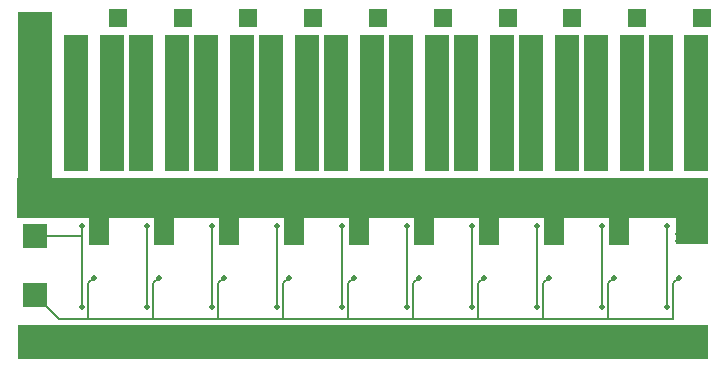
<source format=gbl>
G04*
G04 #@! TF.GenerationSoftware,Altium Limited,Altium Designer,18.1.7 (191)*
G04*
G04 Layer_Physical_Order=2*
G04 Layer_Color=16711680*
%FSLAX44Y44*%
%MOMM*%
G71*
G01*
G75*
%ADD10C,0.2000*%
%ADD35R,2.0000X2.0000*%
%ADD36R,3.0000X3.0000*%
%ADD37R,1.5000X1.5000*%
%ADD38C,0.4800*%
%ADD39R,2.0000X11.5000*%
%ADD40R,2.0000X11.5000*%
%ADD41R,2.1000X11.5000*%
%ADD42R,2.1000X11.5000*%
%ADD43R,3.0000X14.5000*%
%ADD44R,13.0000X3.5000*%
%ADD45R,6.5000X3.0000*%
%ADD46R,52.5000X3.0000*%
%ADD47R,51.5000X3.5000*%
%ADD48R,1.7000X4.7000*%
%ADD49R,1.7000X4.7000*%
%ADD50R,2.8000X5.7000*%
D10*
X1240000Y1290000D02*
X1265000D01*
X1220000Y1310000D02*
X1240000Y1290000D01*
X1220000Y1310000D02*
X1220000D01*
X1265000Y1290000D02*
X1320000D01*
X1260000Y1350000D02*
Y1369000D01*
Y1300000D02*
Y1350000D01*
X1220000Y1360000D02*
X1260000D01*
X1535000Y1300000D02*
Y1369000D01*
Y1298000D02*
Y1300000D01*
X1480000D02*
Y1369000D01*
Y1298000D02*
Y1300000D01*
X1425000D02*
Y1369000D01*
Y1298000D02*
Y1300000D01*
X1370000D02*
Y1369000D01*
Y1298000D02*
Y1300000D01*
X1265000Y1320000D02*
X1270000Y1325000D01*
X1265000Y1320000D02*
X1265000D01*
X1265000Y1290000D02*
Y1320000D01*
X1320000D02*
X1325000Y1325000D01*
X1320000Y1290000D02*
Y1320000D01*
X1375000D02*
X1380000Y1325000D01*
X1375000Y1290000D02*
Y1320000D01*
X1485000D02*
X1490000Y1325000D01*
X1485000Y1290000D02*
Y1320000D01*
X1430000D02*
X1435000Y1325000D01*
X1430000Y1320000D02*
X1430000D01*
X1430000Y1290000D02*
Y1320000D01*
X1540000D02*
X1545000Y1325000D01*
X1540000Y1290000D02*
Y1320000D01*
X1595000D02*
X1600000Y1325000D01*
X1595000Y1320000D02*
X1595000D01*
X1595000Y1290000D02*
Y1320000D01*
X1650000D02*
X1655000Y1325000D01*
X1650000Y1290000D02*
Y1320000D01*
X1760000D02*
X1765000Y1325000D01*
X1760000Y1320000D02*
X1760000D01*
X1760000Y1290000D02*
Y1320000D01*
X1705000D02*
X1710000Y1325000D01*
X1705000Y1290000D02*
X1760000D01*
X1705000D02*
Y1320000D01*
X1650000Y1290000D02*
X1705000D01*
X1595000D02*
X1650000D01*
X1540000D02*
X1595000D01*
X1485000D02*
X1540000D01*
X1430000D02*
X1485000D01*
X1375000D02*
X1430000D01*
X1320000D02*
X1375000D01*
X1590000Y1300000D02*
Y1369000D01*
Y1298000D02*
Y1300000D01*
X1755000D02*
Y1369000D01*
X1700000Y1300000D02*
Y1369000D01*
X1700000Y1369000D02*
X1700000Y1369000D01*
X1645000Y1300000D02*
Y1369000D01*
X1315000Y1300000D02*
Y1369000D01*
D35*
X1220000Y1360000D02*
D03*
Y1310000D02*
D03*
D36*
Y1535000D02*
D03*
Y1425000D02*
D03*
Y1270000D02*
D03*
D37*
X1785000Y1545000D02*
D03*
X1730000D02*
D03*
X1675000D02*
D03*
X1620000D02*
D03*
X1565000D02*
D03*
X1510000D02*
D03*
X1455000D02*
D03*
X1290000D02*
D03*
X1400000D02*
D03*
X1345000D02*
D03*
D38*
X1250000Y1520000D02*
D03*
Y1500000D02*
D03*
Y1480000D02*
D03*
Y1460000D02*
D03*
Y1440000D02*
D03*
Y1420000D02*
D03*
X1360000Y1520000D02*
D03*
Y1500000D02*
D03*
Y1480000D02*
D03*
Y1460000D02*
D03*
Y1440000D02*
D03*
Y1420000D02*
D03*
X1305000Y1520000D02*
D03*
Y1500000D02*
D03*
Y1480000D02*
D03*
Y1460000D02*
D03*
Y1440000D02*
D03*
Y1420000D02*
D03*
X1415000Y1520000D02*
D03*
Y1500000D02*
D03*
Y1480000D02*
D03*
Y1460000D02*
D03*
Y1440000D02*
D03*
Y1420000D02*
D03*
X1470000Y1520000D02*
D03*
Y1500000D02*
D03*
Y1480000D02*
D03*
Y1460000D02*
D03*
Y1440000D02*
D03*
Y1420000D02*
D03*
X1525000Y1520000D02*
D03*
Y1500000D02*
D03*
Y1480000D02*
D03*
Y1460000D02*
D03*
Y1440000D02*
D03*
Y1420000D02*
D03*
X1580000Y1520000D02*
D03*
Y1500000D02*
D03*
Y1480000D02*
D03*
Y1460000D02*
D03*
Y1440000D02*
D03*
Y1420000D02*
D03*
X1635000Y1520000D02*
D03*
Y1500000D02*
D03*
Y1480000D02*
D03*
Y1460000D02*
D03*
Y1440000D02*
D03*
Y1420000D02*
D03*
X1690000Y1520000D02*
D03*
Y1500000D02*
D03*
Y1480000D02*
D03*
Y1460000D02*
D03*
Y1440000D02*
D03*
Y1420000D02*
D03*
X1745000Y1520000D02*
D03*
Y1500000D02*
D03*
Y1480000D02*
D03*
Y1460000D02*
D03*
Y1440000D02*
D03*
Y1420000D02*
D03*
X1785000D02*
D03*
Y1440000D02*
D03*
Y1460000D02*
D03*
Y1480000D02*
D03*
Y1500000D02*
D03*
Y1520000D02*
D03*
X1730000Y1420000D02*
D03*
Y1440000D02*
D03*
Y1460000D02*
D03*
Y1480000D02*
D03*
Y1500000D02*
D03*
Y1520000D02*
D03*
X1675000Y1420000D02*
D03*
Y1440000D02*
D03*
Y1460000D02*
D03*
Y1480000D02*
D03*
Y1500000D02*
D03*
Y1520000D02*
D03*
X1620000Y1420000D02*
D03*
Y1440000D02*
D03*
Y1460000D02*
D03*
Y1480000D02*
D03*
Y1500000D02*
D03*
Y1520000D02*
D03*
X1565000Y1420000D02*
D03*
Y1440000D02*
D03*
Y1460000D02*
D03*
Y1480000D02*
D03*
Y1500000D02*
D03*
Y1520000D02*
D03*
X1510000Y1420000D02*
D03*
Y1440000D02*
D03*
Y1460000D02*
D03*
Y1480000D02*
D03*
Y1500000D02*
D03*
Y1520000D02*
D03*
X1455000Y1420000D02*
D03*
Y1440000D02*
D03*
Y1460000D02*
D03*
Y1480000D02*
D03*
Y1500000D02*
D03*
Y1520000D02*
D03*
X1400000Y1420000D02*
D03*
Y1440000D02*
D03*
Y1460000D02*
D03*
Y1480000D02*
D03*
Y1500000D02*
D03*
Y1520000D02*
D03*
X1345000Y1420000D02*
D03*
Y1440000D02*
D03*
Y1460000D02*
D03*
Y1480000D02*
D03*
Y1500000D02*
D03*
Y1520000D02*
D03*
X1290000D02*
D03*
Y1500000D02*
D03*
Y1480000D02*
D03*
Y1460000D02*
D03*
Y1440000D02*
D03*
Y1420000D02*
D03*
X1280000Y1274000D02*
D03*
X1335000D02*
D03*
X1390000D02*
D03*
X1445000D02*
D03*
X1500000D02*
D03*
X1555000D02*
D03*
X1610000D02*
D03*
X1665000D02*
D03*
X1775000D02*
D03*
X1720000D02*
D03*
X1269000Y1362000D02*
D03*
Y1356000D02*
D03*
X1275000Y1362000D02*
D03*
Y1356000D02*
D03*
X1324000Y1362000D02*
D03*
Y1356000D02*
D03*
X1330000Y1362000D02*
D03*
Y1356000D02*
D03*
X1379000Y1362000D02*
D03*
Y1356000D02*
D03*
X1385000Y1362000D02*
D03*
Y1356000D02*
D03*
X1434000Y1362000D02*
D03*
Y1356000D02*
D03*
X1440000Y1362000D02*
D03*
Y1356000D02*
D03*
X1489000Y1362000D02*
D03*
Y1356000D02*
D03*
X1495000Y1362000D02*
D03*
Y1356000D02*
D03*
X1544000Y1362000D02*
D03*
Y1356000D02*
D03*
X1550000Y1362000D02*
D03*
Y1356000D02*
D03*
X1599000Y1362000D02*
D03*
Y1356000D02*
D03*
X1605000Y1362000D02*
D03*
Y1356000D02*
D03*
X1654000Y1362000D02*
D03*
Y1356000D02*
D03*
X1660000Y1362000D02*
D03*
Y1356000D02*
D03*
X1709000Y1362000D02*
D03*
Y1356000D02*
D03*
X1715000Y1362000D02*
D03*
Y1356000D02*
D03*
X1764000Y1362000D02*
D03*
Y1356000D02*
D03*
X1770000Y1362000D02*
D03*
Y1356000D02*
D03*
X1755000Y1300000D02*
D03*
X1700000D02*
D03*
X1645000D02*
D03*
X1270000Y1325000D02*
D03*
X1325000D02*
D03*
X1380000D02*
D03*
X1435000D02*
D03*
X1490000D02*
D03*
X1545000D02*
D03*
X1600000D02*
D03*
X1655000D02*
D03*
X1710000D02*
D03*
X1765000D02*
D03*
X1755000Y1369000D02*
D03*
X1700000D02*
D03*
X1645000D02*
D03*
X1590000Y1300000D02*
D03*
Y1369000D02*
D03*
X1535000Y1300000D02*
D03*
Y1369000D02*
D03*
X1480000Y1300000D02*
D03*
Y1369000D02*
D03*
X1425000Y1300000D02*
D03*
Y1369000D02*
D03*
X1370000D02*
D03*
Y1300000D02*
D03*
X1315000D02*
D03*
X1260000D02*
D03*
Y1369000D02*
D03*
X1315000D02*
D03*
D39*
X1255000Y1472500D02*
D03*
X1420000D02*
D03*
X1585000D02*
D03*
X1750000D02*
D03*
D40*
X1365000D02*
D03*
X1310000D02*
D03*
X1475000D02*
D03*
X1530000D02*
D03*
X1640000D02*
D03*
X1695000D02*
D03*
X1780000D02*
D03*
D41*
X1725500D02*
D03*
X1670500D02*
D03*
X1560500D02*
D03*
X1505500D02*
D03*
X1395500D02*
D03*
X1340500D02*
D03*
D42*
X1615500D02*
D03*
X1450500D02*
D03*
X1285500D02*
D03*
D43*
X1220000Y1467500D02*
D03*
D44*
X1270000Y1392500D02*
D03*
D45*
X1237500Y1270000D02*
D03*
D46*
X1527500D02*
D03*
D47*
X1522500Y1392500D02*
D03*
D48*
X1274500Y1376500D02*
D03*
X1329500D02*
D03*
X1384500D02*
D03*
X1439500D02*
D03*
X1494500D02*
D03*
X1549500D02*
D03*
X1604500D02*
D03*
X1659500D02*
D03*
D49*
X1714500D02*
D03*
D50*
X1776000Y1381500D02*
D03*
M02*

</source>
